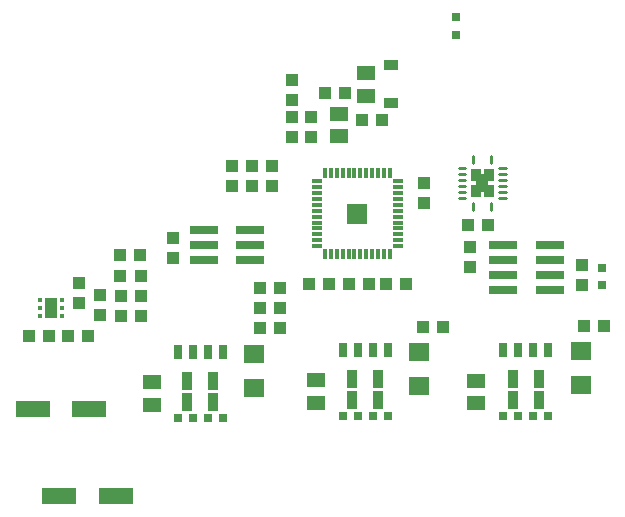
<source format=gbr>
G04 EAGLE Gerber RS-274X export*
G75*
%MOMM*%
%FSLAX34Y34*%
%LPD*%
%INSolderpaste Top*%
%IPPOS*%
%AMOC8*
5,1,8,0,0,1.08239X$1,22.5*%
G01*
%ADD10R,0.800000X0.800000*%
%ADD11R,1.100000X1.000000*%
%ADD12R,1.770000X1.770000*%
%ADD13R,0.850000X0.300000*%
%ADD14R,0.300000X0.850000*%
%ADD15R,0.870000X1.490000*%
%ADD16R,0.750000X0.710000*%
%ADD17R,0.750000X1.270000*%
%ADD18R,1.500000X1.300000*%
%ADD19R,1.803000X1.600000*%
%ADD20R,1.000000X1.100000*%
%ADD21R,0.450000X0.400000*%
%ADD22R,1.120000X1.720000*%
%ADD23R,3.000000X1.400000*%
%ADD24R,2.400000X0.760000*%
%ADD25R,1.025000X1.525000*%
%ADD26R,0.820000X1.070000*%
%ADD27C,0.280000*%
%ADD28R,1.219000X0.914000*%


D10*
X88900Y418663D03*
X88900Y403663D03*
D11*
X-50165Y348688D03*
X-50165Y365688D03*
D12*
X5398Y252254D03*
D13*
X-28853Y279754D03*
X-28853Y274754D03*
X-28853Y269754D03*
X-28853Y264754D03*
X-28853Y259754D03*
X-28853Y254754D03*
X-28853Y249754D03*
X-28853Y244754D03*
X-28853Y239754D03*
X-28853Y234754D03*
X-28853Y229754D03*
X-28853Y224754D03*
X39648Y224754D03*
X39648Y229754D03*
X39648Y234754D03*
X39648Y239754D03*
X39648Y244754D03*
X39648Y249754D03*
X39648Y254754D03*
X39648Y259754D03*
X39648Y264754D03*
X39648Y269754D03*
X39648Y274754D03*
X39648Y279754D03*
D14*
X32898Y286504D03*
X27898Y286504D03*
X22898Y286504D03*
X17898Y286504D03*
X12898Y286504D03*
X7898Y286504D03*
X2898Y286504D03*
X-2103Y286504D03*
X-7103Y286504D03*
X-12103Y286504D03*
X-17103Y286504D03*
X-22103Y286504D03*
X-22103Y218004D03*
X-17103Y218004D03*
X-12103Y218004D03*
X-7103Y218004D03*
X-2103Y218004D03*
X2898Y218004D03*
X7898Y218004D03*
X12898Y218004D03*
X17898Y218004D03*
X22898Y218004D03*
X27898Y218004D03*
X32898Y218004D03*
D15*
X-116560Y110376D03*
X-116560Y92676D03*
X-138710Y92676D03*
X-138710Y110376D03*
D16*
X-108585Y78926D03*
X-121285Y78926D03*
X-133985Y78926D03*
X-146685Y78926D03*
D17*
X-133985Y135126D03*
X-121285Y135126D03*
X-108585Y135126D03*
X-146685Y135126D03*
D11*
X29791Y192723D03*
X46791Y192723D03*
X-1960Y192691D03*
X15041Y192691D03*
X-35869Y192786D03*
X-18869Y192786D03*
D18*
X-29369Y92100D03*
X-29369Y111100D03*
D19*
X-81756Y133283D03*
X-81756Y104843D03*
D15*
X22981Y112440D03*
X22981Y94740D03*
X831Y94740D03*
X831Y112440D03*
D16*
X30956Y80990D03*
X18256Y80990D03*
X5556Y80990D03*
X-7144Y80990D03*
D17*
X5556Y137190D03*
X18256Y137190D03*
X30956Y137190D03*
X-7144Y137190D03*
D18*
X-168910Y90513D03*
X-168910Y109513D03*
D19*
X57150Y135188D03*
X57150Y106748D03*
D15*
X158871Y112281D03*
X158871Y94581D03*
X136721Y94581D03*
X136721Y112281D03*
D16*
X166846Y80831D03*
X154146Y80831D03*
X141446Y80831D03*
X128746Y80831D03*
D17*
X141446Y137031D03*
X154146Y137031D03*
X166846Y137031D03*
X128746Y137031D03*
D18*
X106045Y91783D03*
X106045Y110783D03*
D19*
X194310Y135823D03*
X194310Y107383D03*
D20*
X-60398Y155099D03*
X-77398Y155099D03*
X-77398Y172403D03*
X-60398Y172403D03*
X78033Y156686D03*
X61033Y156686D03*
X214558Y157480D03*
X197558Y157480D03*
D11*
X-77398Y189706D03*
X-60398Y189706D03*
D18*
X-10160Y317843D03*
X-10160Y336843D03*
X13018Y352291D03*
X13018Y371291D03*
D20*
X26121Y331153D03*
X9121Y331153D03*
D11*
X-50165Y334414D03*
X-50165Y317414D03*
D20*
X-5153Y354330D03*
X-22153Y354330D03*
X61532Y277899D03*
X61532Y260899D03*
X-33496Y317255D03*
X-33496Y334255D03*
D11*
X116291Y242411D03*
X99291Y242411D03*
D10*
X212820Y191477D03*
X212820Y206477D03*
D11*
X195739Y191684D03*
X195739Y208684D03*
D20*
X-195190Y199549D03*
X-178190Y199549D03*
X-177483Y165649D03*
X-177483Y182649D03*
X-195349Y217329D03*
X-178349Y217329D03*
D11*
X-255501Y148749D03*
X-272501Y148749D03*
X-239799Y148908D03*
X-222799Y148908D03*
X-230664Y176761D03*
X-230664Y193761D03*
X-194945Y165966D03*
X-194945Y182966D03*
D20*
X-212249Y183284D03*
X-212249Y166284D03*
D21*
X-244750Y165744D03*
X-244750Y172244D03*
X-244750Y178744D03*
X-263250Y178744D03*
X-263250Y172244D03*
X-263250Y165744D03*
D22*
X-254000Y172244D03*
D11*
X-83471Y275536D03*
X-83471Y292536D03*
X-100933Y292377D03*
X-100933Y275377D03*
D20*
X-66485Y275694D03*
X-66485Y292694D03*
D23*
X-199361Y12859D03*
X-247361Y12859D03*
X-221586Y86678D03*
X-269586Y86678D03*
D24*
X168090Y226060D03*
X129090Y226060D03*
X168090Y213360D03*
X129090Y213360D03*
X168090Y200660D03*
X129090Y200660D03*
X168090Y187960D03*
X129090Y187960D03*
D20*
X100965Y223765D03*
X100965Y206765D03*
D24*
X-85275Y238760D03*
X-124275Y238760D03*
X-85275Y226060D03*
X-124275Y226060D03*
X-85275Y213360D03*
X-124275Y213360D03*
D20*
X-151130Y231385D03*
X-151130Y214385D03*
D25*
X111120Y278135D03*
D26*
X116725Y271280D03*
X116725Y271280D03*
X105525Y271280D03*
X105525Y271280D03*
X105525Y284996D03*
X116701Y284996D03*
D27*
X96725Y265630D02*
X91025Y265630D01*
X91025Y270630D02*
X96725Y270630D01*
X96725Y275630D02*
X91025Y275630D01*
X91025Y280630D02*
X96725Y280630D01*
X96725Y285630D02*
X91025Y285630D01*
X91025Y290630D02*
X96725Y290630D01*
X103625Y295030D02*
X103625Y300730D01*
X118625Y300730D02*
X118625Y295030D01*
X125525Y290630D02*
X131225Y290630D01*
X131225Y285630D02*
X125525Y285630D01*
X125525Y280630D02*
X131225Y280630D01*
X131225Y275630D02*
X125525Y275630D01*
X125525Y270630D02*
X131225Y270630D01*
X131225Y265630D02*
X125525Y265630D01*
X118625Y261230D02*
X118625Y255530D01*
X103625Y255530D02*
X103625Y261230D01*
D28*
X33655Y345570D03*
X33655Y378330D03*
M02*

</source>
